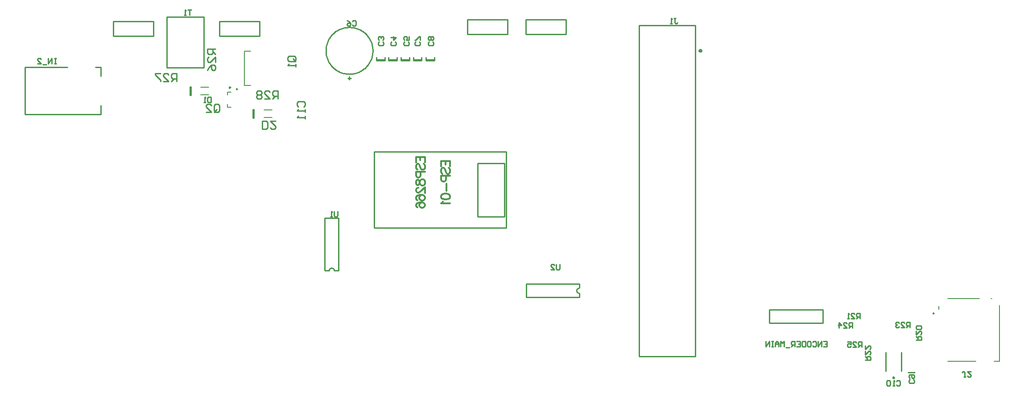
<source format=gbo>
G04*
G04 #@! TF.GenerationSoftware,Altium Limited,Altium Designer,19.1.8 (144)*
G04*
G04 Layer_Color=32896*
%FSLAX25Y25*%
%MOIN*%
G70*
G01*
G75*
%ADD10C,0.01000*%
%ADD12C,0.01235*%
%ADD105C,0.00984*%
%ADD106C,0.00787*%
%ADD107C,0.01575*%
G36*
X652362Y-280198D02*
X652533Y-280213D01*
X652699Y-280258D01*
X652854Y-280330D01*
X652994Y-280429D01*
X653116Y-280550D01*
X653214Y-280691D01*
X653287Y-280846D01*
X653331Y-281012D01*
X653346Y-281183D01*
X653331Y-281354D01*
X653287Y-281519D01*
X653214Y-281675D01*
X653116Y-281815D01*
X652994Y-281937D01*
X652854Y-282035D01*
X652699Y-282107D01*
X652533Y-282152D01*
X652362Y-282167D01*
X652191Y-282152D01*
X652026Y-282107D01*
X651870Y-282035D01*
X651730Y-281937D01*
X651609Y-281815D01*
X651510Y-281675D01*
X651438Y-281519D01*
X651393Y-281354D01*
X651378Y-281183D01*
X651393Y-281012D01*
X651438Y-280846D01*
X651510Y-280691D01*
X651609Y-280550D01*
X651730Y-280429D01*
X651870Y-280330D01*
X652026Y-280258D01*
X652191Y-280213D01*
X652362Y-280198D01*
D01*
D02*
G37*
G36*
X507951Y-37586D02*
X507712Y-37565D01*
X507480Y-37503D01*
X507262Y-37402D01*
X507065Y-37264D01*
X506895Y-37095D01*
X506757Y-36898D01*
X506656Y-36681D01*
X506594Y-36449D01*
X506572Y-36210D01*
X506594Y-35971D01*
X506656Y-35739D01*
X506757Y-35522D01*
X506895Y-35325D01*
X507065Y-35155D01*
X507262Y-35018D01*
X507480Y-34917D01*
X507712Y-34854D01*
X507951Y-34833D01*
X508191Y-34854D01*
X508423Y-34917D01*
X508641Y-35018D01*
X508838Y-35155D01*
X509008Y-35325D01*
X509146Y-35522D01*
X509247Y-35739D01*
X509310Y-35971D01*
X509331Y-36210D01*
X509310Y-36449D01*
X509247Y-36681D01*
X509146Y-36898D01*
X509008Y-37095D01*
X508838Y-37264D01*
X508641Y-37402D01*
X508423Y-37503D01*
X508191Y-37565D01*
X507951Y-37586D01*
D01*
D02*
G37*
D10*
X417322Y-213879D02*
X416338Y-214143D01*
X415617Y-214863D01*
X415353Y-215848D01*
X415617Y-216833D01*
X416338Y-217553D01*
X417322Y-217817D01*
X263020Y-36136D02*
X262991Y-35136D01*
X262905Y-34139D01*
X262763Y-33149D01*
X262564Y-32168D01*
X262310Y-31200D01*
X262001Y-30249D01*
X261638Y-29316D01*
X261222Y-28406D01*
X260755Y-27521D01*
X260238Y-26664D01*
X259674Y-25838D01*
X259063Y-25046D01*
X258407Y-24290D01*
X257710Y-23572D01*
X256973Y-22896D01*
X256198Y-22262D01*
X255389Y-21674D01*
X254547Y-21133D01*
X253676Y-20641D01*
X252778Y-20200D01*
X251856Y-19810D01*
X250914Y-19474D01*
X249954Y-19192D01*
X248979Y-18966D01*
X247993Y-18795D01*
X246999Y-18681D01*
X246000Y-18624D01*
X245000D01*
X244001Y-18681D01*
X243007Y-18795D01*
X242021Y-18966D01*
X241046Y-19192D01*
X240086Y-19474D01*
X239144Y-19810D01*
X238222Y-20200D01*
X237324Y-20641D01*
X236453Y-21133D01*
X235611Y-21674D01*
X234802Y-22262D01*
X234027Y-22896D01*
X233290Y-23572D01*
X232592Y-24290D01*
X231937Y-25046D01*
X231326Y-25838D01*
X230761Y-26664D01*
X230245Y-27521D01*
X229778Y-28406D01*
X229362Y-29316D01*
X228999Y-30249D01*
X228690Y-31200D01*
X228435Y-32168D01*
X228237Y-33149D01*
X228094Y-34139D01*
X228009Y-35136D01*
X227980Y-36136D01*
X228009Y-37136D01*
X228094Y-38133D01*
X228237Y-39124D01*
X228435Y-40104D01*
X228690Y-41072D01*
X228999Y-42024D01*
X229362Y-42956D01*
X229778Y-43866D01*
X230245Y-44751D01*
X230761Y-45608D01*
X231326Y-46434D01*
X231937Y-47226D01*
X232592Y-47983D01*
X233290Y-48700D01*
X234027Y-49377D01*
X234802Y-50010D01*
X235611Y-50598D01*
X236453Y-51139D01*
X237324Y-51631D01*
X238222Y-52073D01*
X239144Y-52462D01*
X240086Y-52798D01*
X241046Y-53080D01*
X242021Y-53307D01*
X243006Y-53478D01*
X244001Y-53592D01*
X245000Y-53649D01*
X246000Y-53649D01*
X246999Y-53592D01*
X247993Y-53478D01*
X248979Y-53307D01*
X249954Y-53080D01*
X250914Y-52798D01*
X251856Y-52462D01*
X252778Y-52073D01*
X253676Y-51631D01*
X254547Y-51139D01*
X255389Y-50598D01*
X256198Y-50010D01*
X256973Y-49377D01*
X257710Y-48700D01*
X258407Y-47983D01*
X259063Y-47226D01*
X259674Y-46434D01*
X260238Y-45608D01*
X260755Y-44751D01*
X261222Y-43866D01*
X261638Y-42956D01*
X262001Y-42024D01*
X262310Y-41072D01*
X262564Y-40104D01*
X262763Y-39124D01*
X262905Y-38133D01*
X262991Y-37136D01*
X263020Y-36136D01*
X234253Y-200962D02*
X233989Y-199977D01*
X233268Y-199256D01*
X232283Y-198993D01*
X231299Y-199256D01*
X230578Y-199977D01*
X230314Y-200962D01*
X69000Y-25289D02*
X99000D01*
Y-14266D01*
X69000D02*
X99000D01*
X69000Y-25289D02*
Y-14266D01*
X148500D02*
X178500D01*
X148500Y-25289D02*
Y-14266D01*
Y-25289D02*
X178500D01*
Y-14266D01*
X333838Y-23899D02*
X363838D01*
Y-12876D01*
X333838D02*
X363838D01*
X333838Y-23899D02*
Y-12876D01*
X377520Y-23899D02*
X407520D01*
Y-12876D01*
X377520D02*
X407520D01*
X377520Y-23899D02*
Y-12876D01*
X362713Y-168821D02*
Y-111734D01*
X264287Y-168821D02*
X362713D01*
X264287D02*
Y-111734D01*
X362713D01*
X341571Y-160474D02*
Y-120474D01*
Y-160474D02*
X361571D01*
Y-120474D01*
X341571D02*
X361571D01*
X417321Y-213879D02*
Y-210729D01*
Y-220967D02*
Y-217817D01*
X377954Y-220967D02*
Y-210729D01*
X417321D01*
X377954Y-220967D02*
X417321D01*
X3185Y-48560D02*
X34680D01*
X55943D02*
X59878D01*
Y-55255D02*
Y-48560D01*
Y-83994D02*
Y-77300D01*
X3185Y-83994D02*
X59878D01*
X3185D02*
Y-48560D01*
X462264Y-17226D02*
X504271D01*
Y-265218D02*
Y-17226D01*
X462264Y-265218D02*
X504271D01*
X462264D02*
Y-17226D01*
X109063Y-10840D02*
X136937D01*
Y-48714D02*
Y-10840D01*
X109063Y-48714D02*
X136937D01*
X109063D02*
Y-10840D01*
X662979Y-277262D02*
X668093D01*
X599490Y-240317D02*
Y-230316D01*
X559487Y-240317D02*
X599490D01*
X559487D02*
Y-230316D01*
X599490D01*
X245500Y-57938D02*
Y-55575D01*
X244319Y-56758D02*
X246681D01*
X234253Y-200961D02*
X237402D01*
X227164D02*
X230314D01*
X227164Y-161594D02*
X237402D01*
Y-200961D02*
Y-161594D01*
X227164Y-200961D02*
Y-161594D01*
X309052Y-43581D02*
Y-41225D01*
X302759Y-43581D02*
Y-41225D01*
Y-43581D02*
X309052D01*
X302759Y-42836D02*
X309052D01*
X299603Y-43581D02*
Y-41225D01*
X293310Y-43581D02*
Y-41225D01*
Y-43581D02*
X299603D01*
X293310Y-42836D02*
X299603D01*
X281099Y-43581D02*
Y-41225D01*
X274806Y-43581D02*
Y-41225D01*
Y-43581D02*
X281099D01*
X274806Y-42836D02*
X281099D01*
X272044Y-43581D02*
Y-41225D01*
X265751Y-43581D02*
Y-41225D01*
Y-43581D02*
X272044D01*
X265751Y-42836D02*
X272044D01*
X646457Y-276262D02*
Y-262089D01*
X658268Y-276262D02*
Y-262089D01*
X290548Y-43581D02*
Y-41225D01*
X284255Y-43581D02*
Y-41225D01*
Y-43581D02*
X290548D01*
X284255Y-42836D02*
X290548D01*
X192000Y-72277D02*
Y-66279D01*
X189001D01*
X188001Y-67279D01*
Y-69278D01*
X189001Y-70278D01*
X192000D01*
X190000D02*
X188001Y-72277D01*
X182003D02*
X186002D01*
X182003Y-68278D01*
Y-67279D01*
X183003Y-66279D01*
X185002D01*
X186002Y-67279D01*
X180004D02*
X179004Y-66279D01*
X177005D01*
X176005Y-67279D01*
Y-68278D01*
X177005Y-69278D01*
X176005Y-70278D01*
Y-71277D01*
X177005Y-72277D01*
X179004D01*
X180004Y-71277D01*
Y-70278D01*
X179004Y-69278D01*
X180004Y-68278D01*
Y-67279D01*
X179004Y-69278D02*
X177005D01*
X116500Y-59277D02*
Y-53279D01*
X113501D01*
X112501Y-54279D01*
Y-56278D01*
X113501Y-57278D01*
X116500D01*
X114500D02*
X112501Y-59277D01*
X106503D02*
X110502D01*
X106503Y-55278D01*
Y-54279D01*
X107503Y-53279D01*
X109502D01*
X110502Y-54279D01*
X104504Y-53279D02*
X100505D01*
Y-54279D01*
X104504Y-58277D01*
Y-59277D01*
X145490Y-34699D02*
X139492D01*
Y-37697D01*
X140491Y-38697D01*
X142491D01*
X143491Y-37697D01*
Y-34699D01*
Y-36698D02*
X145490Y-38697D01*
Y-44695D02*
Y-40696D01*
X141491Y-44695D01*
X140491D01*
X139492Y-43696D01*
Y-41696D01*
X140491Y-40696D01*
X139492Y-50693D02*
X140491Y-48694D01*
X142491Y-46695D01*
X144490D01*
X145490Y-47694D01*
Y-49694D01*
X144490Y-50693D01*
X143491D01*
X142491Y-49694D01*
Y-46695D01*
X144501Y-81278D02*
Y-77279D01*
X145501Y-76279D01*
X147500D01*
X148500Y-77279D01*
Y-81278D01*
X147500Y-82277D01*
X145501D01*
X146501Y-80278D02*
X144501Y-82277D01*
X145501D02*
X144501Y-81278D01*
X138503Y-82277D02*
X142502D01*
X138503Y-78278D01*
Y-77279D01*
X139503Y-76279D01*
X141502D01*
X142502Y-77279D01*
X204524Y-44276D02*
X200525D01*
X199525Y-43276D01*
Y-41277D01*
X200525Y-40277D01*
X204524D01*
X205523Y-41277D01*
Y-43276D01*
X203524Y-42276D02*
X205523Y-44276D01*
Y-43276D02*
X204524Y-44276D01*
X205523Y-46275D02*
Y-48275D01*
Y-47275D01*
X199525D01*
X200525Y-46275D01*
X180500Y-94775D02*
Y-88777D01*
X183499D01*
X184499Y-89777D01*
Y-93776D01*
X183499Y-94775D01*
X180500D01*
X190497Y-88777D02*
X186498D01*
X190497Y-92776D01*
Y-93776D01*
X189497Y-94775D01*
X187498D01*
X186498Y-93776D01*
X207502Y-78130D02*
X206502Y-77131D01*
Y-75131D01*
X207502Y-74132D01*
X211500D01*
X212500Y-75131D01*
Y-77131D01*
X211500Y-78130D01*
X212500Y-80130D02*
Y-82129D01*
Y-81129D01*
X206502D01*
X207502Y-80130D01*
X212500Y-85128D02*
Y-87127D01*
Y-86128D01*
X206502D01*
X207502Y-85128D01*
X664311Y-243632D02*
Y-239643D01*
X662317D01*
X661652Y-240308D01*
Y-241637D01*
X662317Y-242302D01*
X664311D01*
X662982D02*
X661652Y-243632D01*
X657664D02*
X660323D01*
X657664Y-240973D01*
Y-240308D01*
X658329Y-239643D01*
X659658D01*
X660323Y-240308D01*
X656335D02*
X655670Y-239643D01*
X654341D01*
X653676Y-240308D01*
Y-240973D01*
X654341Y-241637D01*
X655005D01*
X654341D01*
X653676Y-242302D01*
Y-242967D01*
X654341Y-243632D01*
X655670D01*
X656335Y-242967D01*
X627000Y-236777D02*
Y-232789D01*
X625006D01*
X624341Y-233454D01*
Y-234783D01*
X625006Y-235448D01*
X627000D01*
X625670D02*
X624341Y-236777D01*
X620353D02*
X623012D01*
X620353Y-234118D01*
Y-233454D01*
X621018Y-232789D01*
X622347D01*
X623012Y-233454D01*
X619024Y-236777D02*
X617694D01*
X618359D01*
Y-232789D01*
X619024Y-233454D01*
X402679Y-196067D02*
Y-199390D01*
X402014Y-200055D01*
X400685D01*
X400020Y-199390D01*
Y-196067D01*
X396032Y-200055D02*
X398691D01*
X396032Y-197396D01*
Y-196731D01*
X396696Y-196067D01*
X398026D01*
X398691Y-196731D01*
X26500Y-41789D02*
X25170D01*
X25835D01*
Y-45777D01*
X26500D01*
X25170D01*
X23177D02*
Y-41789D01*
X20518Y-45777D01*
Y-41789D01*
X19188Y-46442D02*
X16530D01*
X12541Y-45777D02*
X15200D01*
X12541Y-43118D01*
Y-42454D01*
X13206Y-41789D01*
X14536D01*
X15200Y-42454D01*
X706235Y-280413D02*
X704906D01*
X705570D01*
Y-277090D01*
X704906Y-276425D01*
X704241D01*
X703576Y-277090D01*
X710223Y-276425D02*
X707564D01*
X710223Y-279084D01*
Y-279748D01*
X709558Y-280413D01*
X708229D01*
X707564Y-279748D01*
X488093Y-12011D02*
X489422D01*
X488757D01*
Y-15335D01*
X489422Y-16000D01*
X490087D01*
X490751Y-15335D01*
X486763Y-16000D02*
X485434D01*
X486098D01*
Y-12011D01*
X486763Y-12676D01*
X127572Y-5626D02*
X124913D01*
X126242D01*
Y-9614D01*
X123584D02*
X122254D01*
X122919D01*
Y-5626D01*
X123584Y-6290D01*
X669000Y-252777D02*
X672988D01*
Y-250783D01*
X672323Y-250118D01*
X670994D01*
X670329Y-250783D01*
Y-252777D01*
Y-251448D02*
X669000Y-250118D01*
Y-246130D02*
Y-248789D01*
X671659Y-246130D01*
X672323D01*
X672988Y-246795D01*
Y-248124D01*
X672323Y-248789D01*
Y-244801D02*
X672988Y-244136D01*
Y-242807D01*
X672323Y-242142D01*
X669665D01*
X669000Y-242807D01*
Y-244136D01*
X669665Y-244801D01*
X672323D01*
X667217Y-282676D02*
X667882Y-283341D01*
Y-284670D01*
X667217Y-285335D01*
X664559D01*
X663894Y-284670D01*
Y-283341D01*
X664559Y-282676D01*
Y-281347D02*
X663894Y-280682D01*
Y-279352D01*
X664559Y-278688D01*
X667217D01*
X667882Y-279352D01*
Y-280682D01*
X667217Y-281347D01*
X666553D01*
X665888Y-280682D01*
Y-278688D01*
X599841Y-253789D02*
X602500D01*
Y-257777D01*
X599841D01*
X602500Y-255783D02*
X601170D01*
X598512Y-257777D02*
Y-253789D01*
X595853Y-257777D01*
Y-253789D01*
X591865Y-254454D02*
X592530Y-253789D01*
X593859D01*
X594524Y-254454D01*
Y-257113D01*
X593859Y-257777D01*
X592530D01*
X591865Y-257113D01*
X588542Y-253789D02*
X589871D01*
X590536Y-254454D01*
Y-257113D01*
X589871Y-257777D01*
X588542D01*
X587877Y-257113D01*
Y-254454D01*
X588542Y-253789D01*
X586548D02*
Y-257777D01*
X584553D01*
X583889Y-257113D01*
Y-254454D01*
X584553Y-253789D01*
X586548D01*
X579901D02*
X582559D01*
Y-257777D01*
X579901D01*
X582559Y-255783D02*
X581230D01*
X578571Y-257777D02*
Y-253789D01*
X576577D01*
X575913Y-254454D01*
Y-255783D01*
X576577Y-256448D01*
X578571D01*
X577242D02*
X575913Y-257777D01*
X574583Y-258442D02*
X571924D01*
X570595Y-257777D02*
Y-253789D01*
X569266Y-255118D01*
X567936Y-253789D01*
Y-257777D01*
X566607D02*
Y-255118D01*
X565277Y-253789D01*
X563948Y-255118D01*
Y-257777D01*
Y-255783D01*
X566607D01*
X562619Y-253789D02*
X561289D01*
X561954D01*
Y-257777D01*
X562619D01*
X561289D01*
X559295D02*
Y-253789D01*
X556637Y-257777D01*
Y-253789D01*
X631000Y-267777D02*
X634988D01*
Y-265783D01*
X634323Y-265118D01*
X632994D01*
X632329Y-265783D01*
Y-267777D01*
Y-266448D02*
X631000Y-265118D01*
Y-261130D02*
Y-263789D01*
X633659Y-261130D01*
X634323D01*
X634988Y-261795D01*
Y-263124D01*
X634323Y-263789D01*
X631000Y-257142D02*
Y-259801D01*
X633659Y-257142D01*
X634323D01*
X634988Y-257807D01*
Y-259136D01*
X634323Y-259801D01*
X247884Y-14067D02*
X248549Y-13402D01*
X249879D01*
X250543Y-14067D01*
Y-16725D01*
X249879Y-17390D01*
X248549D01*
X247884Y-16725D01*
X243896Y-13402D02*
X245226Y-14067D01*
X246555Y-15396D01*
Y-16725D01*
X245890Y-17390D01*
X244561D01*
X243896Y-16725D01*
Y-16061D01*
X244561Y-15396D01*
X246555D01*
X236855Y-156379D02*
Y-159703D01*
X236191Y-160367D01*
X234861D01*
X234196Y-159703D01*
Y-156379D01*
X232867Y-160367D02*
X231538D01*
X232202D01*
Y-156379D01*
X232867Y-157044D01*
X142000Y-70789D02*
Y-74777D01*
X140006D01*
X139341Y-74112D01*
Y-71454D01*
X140006Y-70789D01*
X142000D01*
X138012Y-74777D02*
X136682D01*
X137347D01*
Y-70789D01*
X138012Y-71454D01*
X628500Y-258277D02*
Y-254289D01*
X626506D01*
X625841Y-254954D01*
Y-256283D01*
X626506Y-256948D01*
X628500D01*
X627171D02*
X625841Y-258277D01*
X621853D02*
X624512D01*
X621853Y-255618D01*
Y-254954D01*
X622518Y-254289D01*
X623847D01*
X624512Y-254954D01*
X617865Y-254289D02*
X620524D01*
Y-256283D01*
X619194Y-255618D01*
X618530D01*
X617865Y-256283D01*
Y-257612D01*
X618530Y-258277D01*
X619859D01*
X620524Y-257612D01*
X621500Y-243777D02*
Y-239789D01*
X619506D01*
X618841Y-240454D01*
Y-241783D01*
X619506Y-242448D01*
X621500D01*
X620170D02*
X618841Y-243777D01*
X614853D02*
X617512D01*
X614853Y-241118D01*
Y-240454D01*
X615518Y-239789D01*
X616847D01*
X617512Y-240454D01*
X611530Y-243777D02*
Y-239789D01*
X613524Y-241783D01*
X610865D01*
X307823Y-29618D02*
X308488Y-30283D01*
Y-31613D01*
X307823Y-32277D01*
X305165D01*
X304500Y-31613D01*
Y-30283D01*
X305165Y-29618D01*
X307823Y-28289D02*
X308488Y-27624D01*
Y-26295D01*
X307823Y-25630D01*
X307159D01*
X306494Y-26295D01*
X305829Y-25630D01*
X305165D01*
X304500Y-26295D01*
Y-27624D01*
X305165Y-28289D01*
X305829D01*
X306494Y-27624D01*
X307159Y-28289D01*
X307823D01*
X306494Y-27624D02*
Y-26295D01*
X297823Y-29618D02*
X298488Y-30283D01*
Y-31613D01*
X297823Y-32277D01*
X295165D01*
X294500Y-31613D01*
Y-30283D01*
X295165Y-29618D01*
X298488Y-28289D02*
Y-25630D01*
X297823D01*
X295165Y-28289D01*
X294500D01*
X279823Y-29618D02*
X280488Y-30283D01*
Y-31613D01*
X279823Y-32277D01*
X277165D01*
X276500Y-31613D01*
Y-30283D01*
X277165Y-29618D01*
X276500Y-26295D02*
X280488D01*
X278494Y-28289D01*
Y-25630D01*
X270323Y-29618D02*
X270988Y-30283D01*
Y-31613D01*
X270323Y-32277D01*
X267665D01*
X267000Y-31613D01*
Y-30283D01*
X267665Y-29618D01*
X270323Y-28289D02*
X270988Y-27624D01*
Y-26295D01*
X270323Y-25630D01*
X269659D01*
X268994Y-26295D01*
Y-26960D01*
Y-26295D01*
X268329Y-25630D01*
X267665D01*
X267000Y-26295D01*
Y-27624D01*
X267665Y-28289D01*
X654341Y-283954D02*
X655006Y-283289D01*
X656335D01*
X657000Y-283954D01*
Y-286613D01*
X656335Y-287277D01*
X655006D01*
X654341Y-286613D01*
X653012Y-287277D02*
X651682D01*
X652347D01*
Y-283289D01*
X653012Y-283954D01*
X649688D02*
X649024Y-283289D01*
X647694D01*
X647030Y-283954D01*
Y-286613D01*
X647694Y-287277D01*
X649024D01*
X649688Y-286613D01*
Y-283954D01*
X289323Y-29618D02*
X289988Y-30283D01*
Y-31613D01*
X289323Y-32277D01*
X286665D01*
X286000Y-31613D01*
Y-30283D01*
X286665Y-29618D01*
X289988Y-25630D02*
Y-28289D01*
X287994D01*
X288659Y-26960D01*
Y-26295D01*
X287994Y-25630D01*
X286665D01*
X286000Y-26295D01*
Y-27624D01*
X286665Y-28289D01*
D12*
X295421Y-119876D02*
Y-115815D01*
X301982D01*
Y-119876D01*
X298545Y-115815D02*
Y-118314D01*
X296358Y-125343D02*
X295734Y-124718D01*
X295421Y-123781D01*
Y-122531D01*
X295734Y-121594D01*
X296358Y-120969D01*
X296983D01*
X297608Y-121282D01*
X297920Y-121594D01*
X298233Y-122219D01*
X298858Y-124093D01*
X299170Y-124718D01*
X299482Y-125031D01*
X300107Y-125343D01*
X301045D01*
X301669Y-124718D01*
X301982Y-123781D01*
Y-122531D01*
X301669Y-121594D01*
X301045Y-120969D01*
X298858Y-126811D02*
Y-129623D01*
X298545Y-130560D01*
X298233Y-130872D01*
X297608Y-131185D01*
X296671D01*
X296046Y-130872D01*
X295734Y-130560D01*
X295421Y-129623D01*
Y-126811D01*
X301982D01*
X295421Y-134215D02*
X295734Y-133278D01*
X296358Y-132966D01*
X296983D01*
X297608Y-133278D01*
X297920Y-133903D01*
X298233Y-135152D01*
X298545Y-136090D01*
X299170Y-136714D01*
X299795Y-137027D01*
X300732D01*
X301357Y-136714D01*
X301669Y-136402D01*
X301982Y-135465D01*
Y-134215D01*
X301669Y-133278D01*
X301357Y-132966D01*
X300732Y-132653D01*
X299795D01*
X299170Y-132966D01*
X298545Y-133590D01*
X298233Y-134528D01*
X297920Y-135777D01*
X297608Y-136402D01*
X296983Y-136714D01*
X296358D01*
X295734Y-136402D01*
X295421Y-135465D01*
Y-134215D01*
X296983Y-138807D02*
X296671D01*
X296046Y-139120D01*
X295734Y-139432D01*
X295421Y-140057D01*
Y-141307D01*
X295734Y-141931D01*
X296046Y-142244D01*
X296671Y-142556D01*
X297296D01*
X297920Y-142244D01*
X298858Y-141619D01*
X301982Y-138495D01*
Y-142869D01*
X296358Y-148086D02*
X295734Y-147773D01*
X295421Y-146836D01*
Y-146211D01*
X295734Y-145274D01*
X296671Y-144649D01*
X298233Y-144337D01*
X299795D01*
X301045Y-144649D01*
X301669Y-145274D01*
X301982Y-146211D01*
Y-146524D01*
X301669Y-147461D01*
X301045Y-148086D01*
X300107Y-148398D01*
X299795D01*
X298858Y-148086D01*
X298233Y-147461D01*
X297920Y-146524D01*
Y-146211D01*
X298233Y-145274D01*
X298858Y-144649D01*
X299795Y-144337D01*
X296358Y-153584D02*
X295734Y-153271D01*
X295421Y-152334D01*
Y-151709D01*
X295734Y-150772D01*
X296671Y-150147D01*
X298233Y-149835D01*
X299795D01*
X301045Y-150147D01*
X301669Y-150772D01*
X301982Y-151709D01*
Y-152022D01*
X301669Y-152959D01*
X301045Y-153584D01*
X300107Y-153896D01*
X299795D01*
X298858Y-153584D01*
X298233Y-152959D01*
X297920Y-152022D01*
Y-151709D01*
X298233Y-150772D01*
X298858Y-150147D01*
X299795Y-149835D01*
X314240Y-122918D02*
Y-118856D01*
X320801D01*
Y-122918D01*
X317364Y-118856D02*
Y-121356D01*
X315177Y-128384D02*
X314553Y-127760D01*
X314240Y-126822D01*
Y-125573D01*
X314553Y-124636D01*
X315177Y-124011D01*
X315802D01*
X316427Y-124323D01*
X316739Y-124636D01*
X317052Y-125260D01*
X317677Y-127135D01*
X317989Y-127760D01*
X318301Y-128072D01*
X318926Y-128384D01*
X319863D01*
X320488Y-127760D01*
X320801Y-126822D01*
Y-125573D01*
X320488Y-124636D01*
X319863Y-124011D01*
X317677Y-129853D02*
Y-132664D01*
X317364Y-133602D01*
X317052Y-133914D01*
X316427Y-134226D01*
X315490D01*
X314865Y-133914D01*
X314553Y-133602D01*
X314240Y-132664D01*
Y-129853D01*
X320801D01*
X317989Y-135695D02*
Y-141318D01*
X314240Y-145129D02*
X314553Y-144192D01*
X315490Y-143567D01*
X317052Y-143255D01*
X317989D01*
X319551Y-143567D01*
X320488Y-144192D01*
X320801Y-145129D01*
Y-145754D01*
X320488Y-146691D01*
X319551Y-147316D01*
X317989Y-147628D01*
X317052D01*
X315490Y-147316D01*
X314553Y-146691D01*
X314240Y-145754D01*
Y-145129D01*
X315490Y-149097D02*
X315177Y-149721D01*
X314240Y-150659D01*
X320801D01*
D105*
X682622Y-232777D02*
X681884Y-232351D01*
Y-233203D01*
X682622Y-232777D01*
X156669Y-63608D02*
X155931Y-63182D01*
Y-64034D01*
X156669Y-63608D01*
X161823Y-64903D02*
X161084Y-64477D01*
Y-65329D01*
X161823Y-64903D01*
D106*
X692760Y-268801D02*
X713626D01*
X727602D02*
X731342D01*
Y-226872D01*
X692760Y-221754D02*
X716382D01*
X686264Y-229824D02*
Y-227659D01*
X725043Y-221754D02*
X725634D01*
X181803Y-80521D02*
X187709D01*
X181803Y-86033D02*
X187709D01*
X134512Y-63521D02*
X140418D01*
X134512Y-69033D02*
X140418D01*
X167201Y-36403D02*
X171716D01*
X167201Y-62151D02*
Y-36403D01*
Y-62151D02*
X171716D01*
X154441Y-78525D02*
Y-76320D01*
Y-78525D02*
X157000D01*
X154441Y-67029D02*
X157000D01*
X154441Y-69234D02*
Y-67029D01*
D107*
X173929Y-86033D02*
Y-80521D01*
X126638Y-69033D02*
Y-63521D01*
M02*

</source>
